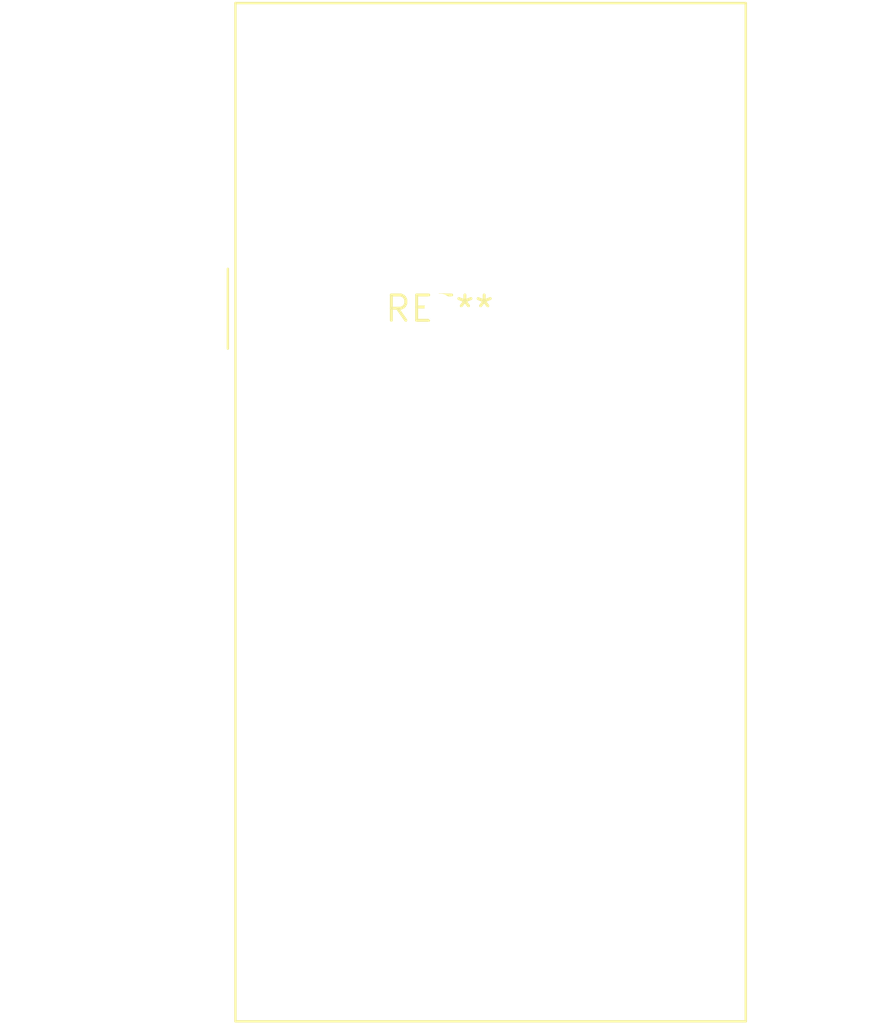
<source format=kicad_pcb>
(kicad_pcb (version 20240108) (generator pcbnew)
  (layers (0 "F.Cu" signal) (31 "B.Cu" signal) (34 "B.Paste" user) (35 "F.Paste" user) (36 "B.SilkS" user "B.Silkscreen") (37 "F.SilkS" user "F.Silkscreen") (38 "B.Mask" user) (39 "F.Mask" user) (44 "Edge.Cuts" user))
  (net 0 "")
  (footprint "Converter_DCDC_TRACO_TEN10-xxxx_Dual_THT" (layer "F.Cu") (at 0 0)
    (property "Reference" "REF**")
    (property "Value" "Converter_DCDC_TRACO_TEN10-xxxx_Dual_THT")
    (fp_line (start -10.62 -2) (end -10.62 2) (layer "F.SilkS") (stroke (width 0.12)))
    (fp_line (start -10.24 -15.32) (end 15.36 -15.32) (layer "F.SilkS") (stroke (width 0.12)))
    (fp_line (start -10.24 35.72) (end -10.24 -15.32) (layer "F.SilkS") (stroke (width 0.12)))
    (fp_line (start 15.36 -15.32) (end 15.36 35.72) (layer "F.SilkS") (stroke (width 0.12)))
    (fp_line (start 15.36 35.72) (end -10.24 35.72) (layer "F.SilkS") (stroke (width 0.12)))
    (pad "1" thru_hole rect (at 0 0 90) (size 6 2.5) (drill 1.5) (layers *.Cu *.Mask) (remove_unused_layers))
    (pad "2" thru_hole oval (at 5.08 0 90) (size 6 2.5) (drill 1.5) (layers *.Cu *.Mask) (remove_unused_layers))
    (pad "3" thru_hole oval (at -7.62 20.32 90) (size 6 2.5) (drill 1.5) (layers *.Cu *.Mask) (remove_unused_layers))
    (pad "4" thru_hole oval (at 2.54 20.32 90) (size 6 2.5) (drill 1.5) (layers *.Cu *.Mask) (remove_unused_layers))
    (pad "5" thru_hole oval (at 12.7 20.32 90) (size 6 2.5) (drill 1.5) (layers *.Cu *.Mask) (remove_unused_layers))
  )
)
</source>
